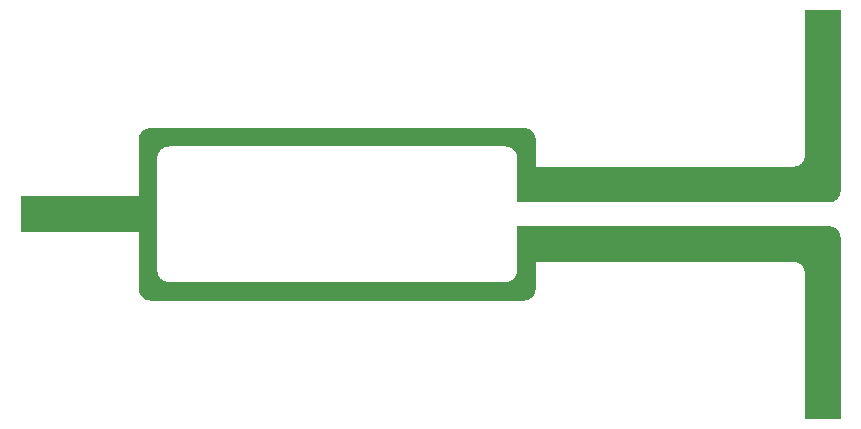
<source format=gtl>
G04 Layer: TopLayer*
G04 EasyEDA Pro v2.1.42.467b0aa0.3861f9, 2023-12-20 23:41:23*
G04 Gerber Generator version 0.3*
G04 Scale: 100 percent, Rotated: No, Reflected: No*
G04 Dimensions in millimeters*
G04 Leading zeros omitted, absolute positions, 3 integers and 5 decimals*
%FSLAX35Y35*%
%MOMM*%
%ADD10C,0.254*%
G75*


G04 PolygonModel Start*
G36*
G01X2946655Y3021784D02*
G01X2645324Y3021784D01*
G01Y1791868D01*
G02X2545324Y1691868I-100000J0D01*
G01X365579D01*
G01Y1921787D01*
G03X265579Y2021786I-100000J0D01*
G01X-2897455D01*
G03X-2997455Y1921787I0J-100000D01*
G01Y1441203D01*
G01X-3997453D01*
G01Y1139873D01*
G01X-2997455D01*
G01Y659289D01*
G03X-2897455Y559289I100000J0D01*
G01X265579D01*
G03X365579Y659289I0J100000D01*
G01Y889208D01*
G01X2545324D01*
G02X2645324Y789208I0J-100000D01*
G01Y-440709D01*
G01X2946655D01*
G01Y1090538D01*
G03X2846655Y1190538I-100000J0D01*
G01X208809D01*
G01Y816059D01*
G02X108809Y716059I-100000J0D01*
G01X-2740685D01*
G02X-2840685Y816059I0J100000D01*
G01Y1765017D01*
G02X-2740685Y1865017I100000J0D01*
G01X108809D01*
G02X208809Y1765017I0J-100000D01*
G01Y1390538D01*
G01X2846655D01*
G03X2946655Y1490538I0J100000D01*
G01Y3021784D01*
G37*
G04 PolygonModel End*
G54D10*

M02*

</source>
